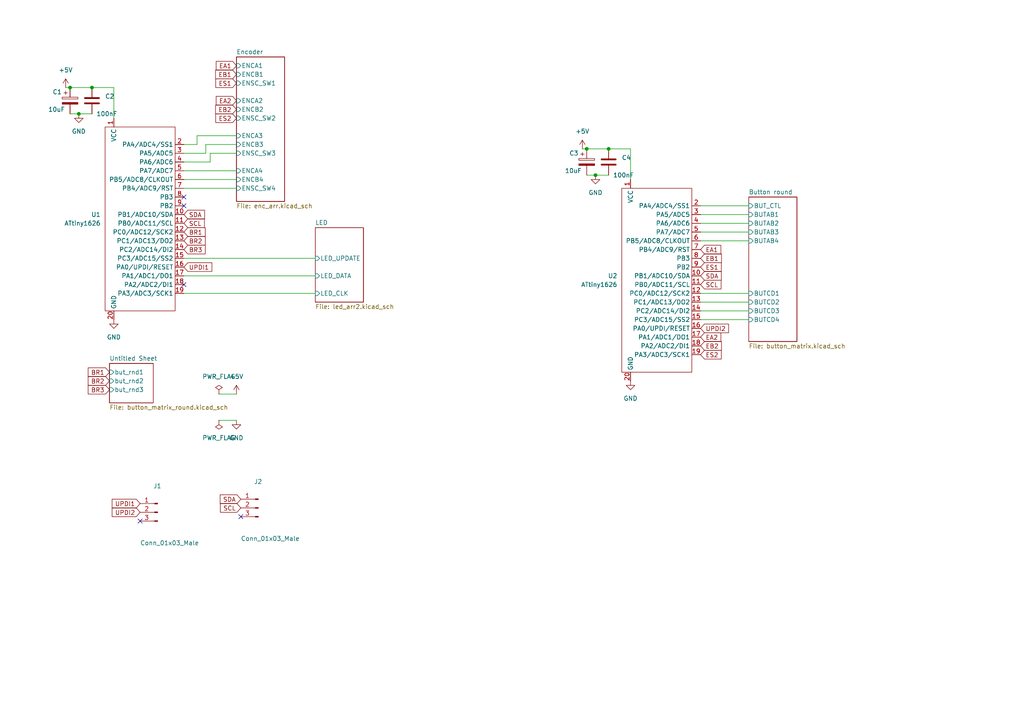
<source format=kicad_sch>
(kicad_sch (version 20211123) (generator eeschema)
  (paper "A4")
  (lib_symbols
    (symbol "3dAudioSym:ATtiny1626"
      (property "Reference" "U1" (at -12.1412 2.1785 0))
      (property "Value" "ATtiny1626" (at -12.1412 -0.5966 0))
      (symbol "ATtiny1626_0_0"
        (pin power_in line (at -8.89 30.48 270) (length 2.54) (name "VCC") (number "1"))
        (pin input line (at 11.43 2.54 180) (length 2.54) (name "PB1/ADC10/SDA") (number "10"))
        (pin input line (at 11.43 0 180) (length 2.54) (name "PB0/ADC11/SCL") (number "11"))
        (pin input line (at 11.43 -2.54 180) (length 2.54) (name "PC0/ADC12/SCK2") (number "12"))
        (pin input line (at 11.43 -5.08 180) (length 2.54) (name "PC1/ADC13/DO2") (number "13"))
        (pin input line (at 11.43 -7.62 180) (length 2.54) (name "PC2/ADC14/DI2") (number "14"))
        (pin input line (at 11.43 -10.16 180) (length 2.54) (name "PC3/ADC15/SS2") (number "15"))
        (pin input line (at 11.43 -12.7 180) (length 2.54) (name "PA0/UPDI/RESET") (number "16"))
        (pin input line (at 11.43 -15.24 180) (length 2.54) (name "PA1/ADC1/DO1") (number "17"))
        (pin input line (at 11.43 -17.78 180) (length 2.54) (name "PA2/ADC2/DI1") (number "18"))
        (pin input line (at 11.43 -20.32 180) (length 2.54) (name "PA3/ADC3/SCK1") (number "19"))
        (pin input line (at 11.43 22.86 180) (length 2.54) (name "PA4/ADC4/SS1") (number "2"))
        (pin power_in line (at -8.89 -27.94 90) (length 2.54) (name "GND") (number "20"))
        (pin input line (at 11.43 20.32 180) (length 2.54) (name "PA5/ADC5") (number "3"))
        (pin input line (at 11.43 17.78 180) (length 2.54) (name "PA6/ADC6") (number "4"))
        (pin input line (at 11.43 15.24 180) (length 2.54) (name "PA7/ADC7") (number "5"))
        (pin input line (at 11.43 12.7 180) (length 2.54) (name "PB5/ADC8/CLKOUT") (number "6"))
        (pin input line (at 11.43 10.16 180) (length 2.54) (name "PB4/ADC9/RST") (number "7"))
        (pin input line (at 11.43 7.62 180) (length 2.54) (name "PB3") (number "8"))
        (pin input line (at 11.43 5.08 180) (length 2.54) (name "PB2") (number "9"))
      )
      (symbol "ATtiny1626_0_1"
        (rectangle (start -11.43 27.94) (end 8.89 -25.4) (stroke (width 0.1524)))
      )
    )
    (symbol "3dAudioSym:C" (pin_numbers hide) (pin_names (offset 0.254))
      (property "Reference" "C" (at 0.635 2.54 0))
      (property "Value" "C" (at 0.635 -2.54 0))
      (symbol "C_0_1"
        (polyline (pts (xy -2.032 -0.762) (xy 2.032 -0.762)) (stroke (width 0.508)))
        (polyline (pts (xy -2.032 0.762) (xy 2.032 0.762)) (stroke (width 0.508)))
      )
      (symbol "C_1_1"
        (pin passive line (at 0 3.81 270) (length 2.794) (name "~") (number "1"))
        (pin passive line (at 0 -3.81 90) (length 2.794) (name "~") (number "2"))
      )
    )
    (symbol "3dAudioSym:C_Polarized" (pin_numbers hide) (pin_names (offset 0.254))
      (property "Reference" "C" (at 0.635 2.54 0))
      (property "Value" "C_Polarized" (at 0.635 -2.54 0))
      (symbol "C_Polarized_0_1"
        (rectangle (start -2.286 0.508) (end 2.286 1.016))
        (polyline (pts (xy -1.778 2.286) (xy -0.762 2.286)))
        (polyline (pts (xy -1.27 2.794) (xy -1.27 1.778)))
        (rectangle (start 2.286 -0.508) (end -2.286 -1.016) (fill (type outline)))
      )
      (symbol "C_Polarized_1_1"
        (pin passive line (at 0 3.81 270) (length 2.794) (name "~") (number "1"))
        (pin passive line (at 0 -3.81 90) (length 2.794) (name "~") (number "2"))
      )
    )
    (symbol "Connector:Conn_01x03_Male" (pin_names (offset 1.016) hide)
      (property "Reference" "J" (at 0 5.08 0))
      (property "Value" "Conn_01x03_Male" (at 0 -5.08 0))
      (symbol "Conn_01x03_Male_1_1"
        (polyline (pts (xy 1.27 -2.54) (xy 0.8636 -2.54)) (stroke (width 0.1524)))
        (polyline (pts (xy 1.27 0) (xy 0.8636 0)) (stroke (width 0.1524)))
        (polyline (pts (xy 1.27 2.54) (xy 0.8636 2.54)) (stroke (width 0.1524)))
        (rectangle (start 0.8636 -2.413) (end 0 -2.667) (stroke (width 0.1524)) (fill (type outline)))
        (rectangle (start 0.8636 0.127) (end 0 -0.127) (stroke (width 0.1524)) (fill (type outline)))
        (rectangle (start 0.8636 2.667) (end 0 2.413) (stroke (width 0.1524)) (fill (type outline)))
        (pin passive line (at 5.08 2.54 180) (length 3.81) (name "Pin_1") (number "1"))
        (pin passive line (at 5.08 0 180) (length 3.81) (name "Pin_2") (number "2"))
        (pin passive line (at 5.08 -2.54 180) (length 3.81) (name "Pin_3") (number "3"))
      )
    )
    (symbol "power:+5V" (power) (pin_names (offset 0))
      (property "Value" "+5V" (at 0 3.556 0))
      (symbol "+5V_0_1"
        (polyline (pts (xy -0.762 1.27) (xy 0 2.54)))
        (polyline (pts (xy 0 0) (xy 0 2.54)))
        (polyline (pts (xy 0 2.54) (xy 0.762 1.27)))
      )
      (symbol "+5V_1_1"
        (pin power_in line (at 0 0 90) (length 0) hide (name "+5V") (number "1"))
      )
    )
    (symbol "power:GND" (power) (pin_names (offset 0))
      (property "Value" "GND" (at 0 -3.81 0))
      (symbol "GND_0_1"
        (polyline (pts (xy 0 0) (xy 0 -1.27) (xy 1.27 -1.27) (xy 0 -2.54) (xy -1.27 -1.27) (xy 0 -1.27)))
      )
      (symbol "GND_1_1"
        (pin power_in line (at 0 0 270) (length 0) hide (name "GND") (number "1"))
      )
    )
    (symbol "power:PWR_FLAG" (power) (pin_numbers hide) (pin_names (offset 0) hide)
      (property "Value" "PWR_FLAG" (at 0 3.81 0))
      (symbol "PWR_FLAG_0_0"
        (pin power_out line (at 0 0 90) (length 0) (name "pwr") (number "1"))
      )
      (symbol "PWR_FLAG_0_1"
        (polyline (pts (xy 0 0) (xy 0 1.27) (xy -1.016 1.905) (xy 0 2.54) (xy 1.016 1.905) (xy 0 1.27)))
      )
    )
  )
  (junction (at 170.18 43.18))
  (junction (at 22.86 33.02))
  (junction (at 176.53 43.18))
  (junction (at 172.72 50.8))
  (junction (at 26.67 25.4))
  (junction (at 20.32 25.4))
  (no_connect (at 53.34 59.69))
  (no_connect (at 53.34 57.15))
  (no_connect (at 40.64 151.13))
  (no_connect (at 69.85 149.86))
  (no_connect (at 53.34 82.55))
  (wire (pts (xy 203.2 90.17) (xy 217.17 90.17)))
  (wire (pts (xy 203.2 87.63) (xy 217.17 87.63)))
  (wire (pts (xy 53.34 46.99) (xy 60.96 46.99)))
  (wire (pts (xy 19.05 25.4) (xy 20.32 25.4)))
  (wire (pts (xy 203.2 69.85) (xy 217.17 69.85)))
  (wire (pts (xy 53.34 52.07) (xy 68.58 52.07)))
  (wire (pts (xy 63.5 114.3) (xy 68.58 114.3)))
  (wire (pts (xy 203.2 62.23) (xy 217.17 62.23)))
  (wire (pts (xy 176.53 43.18) (xy 182.88 43.18)))
  (wire (pts (xy 33.02 25.4) (xy 33.02 34.29)))
  (wire (pts (xy 168.91 43.18) (xy 170.18 43.18)))
  (wire (pts (xy 60.96 44.45) (xy 68.58 44.45)))
  (wire (pts (xy 203.2 92.71) (xy 217.17 92.71)))
  (wire (pts (xy 170.18 50.8) (xy 172.72 50.8)))
  (wire (pts (xy 203.2 67.31) (xy 217.17 67.31)))
  (wire (pts (xy 57.15 41.91) (xy 57.15 39.37)))
  (wire (pts (xy 59.69 44.45) (xy 59.69 41.91)))
  (wire (pts (xy 203.2 85.09) (xy 217.17 85.09)))
  (wire (pts (xy 53.34 41.91) (xy 57.15 41.91)))
  (wire (pts (xy 60.96 46.99) (xy 60.96 44.45)))
  (wire (pts (xy 59.69 41.91) (xy 68.58 41.91)))
  (wire (pts (xy 63.5 121.92) (xy 68.58 121.92)))
  (wire (pts (xy 203.2 64.77) (xy 217.17 64.77)))
  (wire (pts (xy 53.34 80.01) (xy 91.44 80.01)))
  (wire (pts (xy 53.34 74.93) (xy 91.44 74.93)))
  (wire (pts (xy 203.2 59.69) (xy 217.17 59.69)))
  (wire (pts (xy 57.15 39.37) (xy 68.58 39.37)))
  (wire (pts (xy 53.34 54.61) (xy 68.58 54.61)))
  (wire (pts (xy 53.34 44.45) (xy 59.69 44.45)))
  (wire (pts (xy 170.18 43.18) (xy 176.53 43.18)))
  (wire (pts (xy 22.86 33.02) (xy 26.67 33.02)))
  (wire (pts (xy 20.32 33.02) (xy 22.86 33.02)))
  (wire (pts (xy 182.88 43.18) (xy 182.88 52.07)))
  (wire (pts (xy 53.34 49.53) (xy 68.58 49.53)))
  (wire (pts (xy 20.32 25.4) (xy 26.67 25.4)))
  (wire (pts (xy 172.72 50.8) (xy 176.53 50.8)))
  (wire (pts (xy 26.67 25.4) (xy 33.02 25.4)))
  (wire (pts (xy 53.34 85.09) (xy 91.44 85.09)))
  (global_label "ES2" (shape input) (at 68.58 34.29 180) (property "Intersheet References" "${INTERSHEET_REFS}" (effects hide)))
  (global_label "EB2" (shape input) (at 68.58 31.75 180) (property "Intersheet References" "${INTERSHEET_REFS}" (effects hide)))
  (global_label "EA1" (shape input) (at 203.2 72.39 0) (property "Intersheet References" "${INTERSHEET_REFS}" (effects hide)))
  (global_label "UPDI2" (shape input) (at 40.64 148.59 180) (property "Intersheet References" "${INTERSHEET_REFS}" (effects hide)))
  (global_label "BR3" (shape input) (at 31.75 113.03 180) (property "Intersheet References" "${INTERSHEET_REFS}" (effects hide)))
  (global_label "UPDI1" (shape input) (at 40.64 146.05 180) (property "Intersheet References" "${INTERSHEET_REFS}" (effects hide)))
  (global_label "EB1" (shape input) (at 203.2 74.93 0) (property "Intersheet References" "${INTERSHEET_REFS}" (effects hide)))
  (global_label "SCL" (shape input) (at 53.34 64.77 0) (property "Intersheet References" "${INTERSHEET_REFS}" (effects hide)))
  (global_label "UPDI2" (shape input) (at 203.2 95.25 0) (property "Intersheet References" "${INTERSHEET_REFS}" (effects hide)))
  (global_label "BR1" (shape input) (at 31.75 107.95 180) (property "Intersheet References" "${INTERSHEET_REFS}" (effects hide)))
  (global_label "SCL" (shape input) (at 203.2 82.55 0) (property "Intersheet References" "${INTERSHEET_REFS}" (effects hide)))
  (global_label "EB2" (shape input) (at 203.2 100.33 0) (property "Intersheet References" "${INTERSHEET_REFS}" (effects hide)))
  (global_label "BR2" (shape input) (at 31.75 110.49 180) (property "Intersheet References" "${INTERSHEET_REFS}" (effects hide)))
  (global_label "UPDI1" (shape input) (at 53.34 77.47 0) (property "Intersheet References" "${INTERSHEET_REFS}" (effects hide)))
  (global_label "BR2" (shape input) (at 53.34 69.85 0) (property "Intersheet References" "${INTERSHEET_REFS}" (effects hide)))
  (global_label "SDA" (shape input) (at 69.85 144.78 180) (property "Intersheet References" "${INTERSHEET_REFS}" (effects hide)))
  (global_label "BR1" (shape input) (at 53.34 67.31 0) (property "Intersheet References" "${INTERSHEET_REFS}" (effects hide)))
  (global_label "BR3" (shape input) (at 53.34 72.39 0) (property "Intersheet References" "${INTERSHEET_REFS}" (effects hide)))
  (global_label "SDA" (shape input) (at 53.34 62.23 0) (property "Intersheet References" "${INTERSHEET_REFS}" (effects hide)))
  (global_label "EA2" (shape input) (at 68.58 29.21 180) (property "Intersheet References" "${INTERSHEET_REFS}" (effects hide)))
  (global_label "EA1" (shape input) (at 68.58 19.05 180) (property "Intersheet References" "${INTERSHEET_REFS}" (effects hide)))
  (global_label "EB1" (shape input) (at 68.58 21.59 180) (property "Intersheet References" "${INTERSHEET_REFS}" (effects hide)))
  (global_label "ES1" (shape input) (at 203.2 77.47 0) (property "Intersheet References" "${INTERSHEET_REFS}" (effects hide)))
  (global_label "ES1" (shape input) (at 68.58 24.13 180) (property "Intersheet References" "${INTERSHEET_REFS}" (effects hide)))
  (global_label "EA2" (shape input) (at 203.2 97.79 0) (property "Intersheet References" "${INTERSHEET_REFS}" (effects hide)))
  (global_label "SDA" (shape input) (at 203.2 80.01 0) (property "Intersheet References" "${INTERSHEET_REFS}" (effects hide)))
  (global_label "SCL" (shape input) (at 69.85 147.32 180) (property "Intersheet References" "${INTERSHEET_REFS}" (effects hide)))
  (global_label "ES2" (shape input) (at 203.2 102.87 0) (property "Intersheet References" "${INTERSHEET_REFS}" (effects hide)))
  (symbol (lib_id "Connector:Conn_01x03_Male") (at 45.72 148.59 0) (mirror y) (unit 1)
    (property "Reference" "J1" (at 44.45 140.97 0) (effects (justify right)))
    (property "Value" "Conn_01x03_Male" (at 40.64 157.48 0) (effects (justify right)))
    (property "Footprint" "Connector_Molex:Molex_KK-254_AE-6410-03A_1x03_P2.54mm_Vertical" (effects hide))
  )
  (symbol (lib_id "power:PWR_FLAG") (at 63.5 121.92 180) (unit 1)
    (property "Reference" "#FLG02" (effects hide))
    (property "Value" "PWR_FLAG" (at 63.5 127 0))
  )
  (symbol (lib_id "3dAudioSym:C_Polarized") (at 20.32 29.21 0) (unit 1)
    (property "Reference" "C1" (at 15.24 26.67 0) (effects (justify left)))
    (property "Value" "10uF" (at 13.97 31.75 0) (effects (justify left)))
    (property "Footprint" "Capacitor_THT:CP_Radial_D4.0mm_P1.50mm" (effects hide))
  )
  (symbol (lib_id "power:GND") (at 68.58 121.92 0) (unit 1)
    (property "Reference" "#PWR05" (effects hide))
    (property "Value" "GND" (at 68.58 127 0))
  )
  (symbol (lib_id "3dAudioSym:C") (at 176.53 46.99 0) (unit 1)
    (property "Reference" "C4" (at 180.34 45.7199 0) (effects (justify left)))
    (property "Value" "100nF" (at 177.8 50.8 0) (effects (justify left)))
    (property "Footprint" "Capacitor_SMD:C_1206_3216Metric_Pad1.33x1.80mm_HandSolder" (effects hide))
  )
  (symbol (lib_id "Connector:Conn_01x03_Male") (at 74.93 147.32 0) (mirror y) (unit 1)
    (property "Reference" "J2" (at 73.66 139.7 0) (effects (justify right)))
    (property "Value" "Conn_01x03_Male" (at 69.85 156.21 0) (effects (justify right)))
    (property "Footprint" "Connector_Molex:Molex_KK-254_AE-6410-03A_1x03_P2.54mm_Vertical" (effects hide))
  )
  (symbol (lib_id "power:+5V") (at 68.58 114.3 0) (unit 1)
    (property "Reference" "#PWR04" (effects hide))
    (property "Value" "+5V" (at 68.58 109.22 0))
  )
  (symbol (lib_id "3dAudioSym:C_Polarized") (at 170.18 46.99 0) (unit 1)
    (property "Reference" "C3" (at 165.1 44.45 0) (effects (justify left)))
    (property "Value" "10uF" (at 163.83 49.53 0) (effects (justify left)))
    (property "Footprint" "Capacitor_THT:CP_Radial_D4.0mm_P1.50mm" (effects hide))
  )
  (symbol (lib_id "power:GND") (at 22.86 33.02 0) (unit 1)
    (property "Reference" "#PWR02" (effects hide))
    (property "Value" "GND" (at 22.86 38.1 0))
  )
  (symbol (lib_id "power:GND") (at 172.72 50.8 0) (unit 1)
    (property "Reference" "#PWR07" (effects hide))
    (property "Value" "GND" (at 172.72 55.88 0))
  )
  (symbol (lib_id "power:PWR_FLAG") (at 63.5 114.3 0) (unit 1)
    (property "Reference" "#FLG01" (effects hide))
    (property "Value" "PWR_FLAG" (at 63.5 109.22 0))
  )
  (symbol (lib_id "3dAudioSym:ATtiny1626") (at 191.77 82.55 0) (unit 1)
    (property "Reference" "U2" (at 179.07 80.0099 0) (effects (justify right)))
    (property "Value" "ATtiny1626" (at 179.07 82.5499 0) (effects (justify right)))
    (property "Footprint" "3dAudioFoot:attiny1626" (effects hide))
  )
  (symbol (lib_id "power:GND") (at 33.02 92.71 0) (unit 1)
    (property "Reference" "#PWR03" (effects hide))
    (property "Value" "GND" (at 33.02 97.79 0))
  )
  (symbol (lib_id "power:+5V") (at 19.05 25.4 0) (unit 1)
    (property "Reference" "#PWR01" (effects hide))
    (property "Value" "+5V" (at 19.05 20.32 0))
  )
  (symbol (lib_id "power:GND") (at 182.88 110.49 0) (unit 1)
    (property "Reference" "#PWR08" (effects hide))
    (property "Value" "GND" (at 182.88 115.57 0))
  )
  (symbol (lib_id "3dAudioSym:C") (at 26.67 29.21 0) (unit 1)
    (property "Reference" "C2" (at 30.48 27.9399 0) (effects (justify left)))
    (property "Value" "100nF" (at 27.94 33.02 0) (effects (justify left)))
    (property "Footprint" "Capacitor_SMD:C_1206_3216Metric_Pad1.33x1.80mm_HandSolder" (effects hide))
  )
  (symbol (lib_id "3dAudioSym:ATtiny1626") (at 41.91 64.77 0) (unit 1)
    (property "Reference" "U1" (at 29.21 62.2299 0) (effects (justify right)))
    (property "Value" "ATtiny1626" (at 29.21 64.7699 0) (effects (justify right)))
    (property "Footprint" "3dAudioFoot:attiny1626" (effects hide))
  )
  (symbol (lib_id "power:+5V") (at 168.91 43.18 0) (unit 1)
    (property "Reference" "#PWR06" (effects hide))
    (property "Value" "+5V" (at 168.91 38.1 0))
  )
  (sheet (at 91.44 66.04) (size 13.97 21.59) (stroke (width 0.1524))
    (property "Sheet name" "LED" (at 91.44 65.3284 0) (effects (justify left bottom)))
    (property "Sheet file" "led_arr2.kicad_sch" (at 91.44 88.2146 0) (effects (justify left top)))
    (pin "LED_CLK" input (at 91.44 85.09 180))
    (pin "LED_DATA" input (at 91.44 80.01 180))
    (pin "LED_UPDATE" input (at 91.44 74.93 180))
  )
  (sheet (at 68.58 16.51) (size 13.97 41.91) (stroke (width 0.1524))
    (property "Sheet name" "Encoder" (at 68.58 15.7984 0) (effects (justify left bottom)))
    (property "Sheet file" "enc_arr.kicad_sch" (at 68.58 59.0046 0) (effects (justify left top)))
    (pin "ENCB3" input (at 68.58 41.91 180))
    (pin "ENCA3" input (at 68.58 39.37 180))
    (pin "ENCB1" input (at 68.58 21.59 180))
    (pin "ENCA1" input (at 68.58 19.05 180))
    (pin "ENSC_SW3" input (at 68.58 44.45 180))
    (pin "ENCA2" input (at 68.58 29.21 180))
    (pin "ENCB2" input (at 68.58 31.75 180))
    (pin "ENSC_SW2" input (at 68.58 34.29 180))
    (pin "ENSC_SW1" input (at 68.58 24.13 180))
    (pin "ENSC_SW4" input (at 68.58 54.61 180))
    (pin "ENCA4" input (at 68.58 49.53 180))
    (pin "ENCB4" input (at 68.58 52.07 180))
  )
  (sheet (at 217.17 57.15) (size 13.97 41.91) (stroke (width 0.1524))
    (property "Sheet name" "Button round" (at 217.17 56.4384 0) (effects (justify left bottom)))
    (property "Sheet file" "button_matrix.kicad_sch" (at 217.17 99.6446 0) (effects (justify left top)))
    (pin "BUTCD4" input (at 217.17 92.71 180))
    (pin "BUTCD1" input (at 217.17 85.09 180))
    (pin "BUTAB2" input (at 217.17 64.77 180))
    (pin "BUTAB3" input (at 217.17 67.31 180))
    (pin "BUTCD2" input (at 217.17 87.63 180))
    (pin "BUTCD3" input (at 217.17 90.17 180))
    (pin "BUT_CTL" input (at 217.17 59.69 180))
    (pin "BUTAB1" input (at 217.17 62.23 180))
    (pin "BUTAB4" input (at 217.17 69.85 180))
  )
  (sheet (at 31.75 105.41) (size 12.7 11.43) (stroke (width 0.1524))
    (property "Sheet name" "Untitled Sheet" (at 31.75 104.6984 0) (effects (justify left bottom)))
    (property "Sheet file" "button_matrix_round.kicad_sch" (at 31.75 117.4246 0) (effects (justify left top)))
    (pin "but_rnd1" input (at 31.75 107.95 180))
    (pin "but_rnd2" input (at 31.75 110.49 180))
    (pin "but_rnd3" input (at 31.75 113.03 180))
  )
)
</source>
